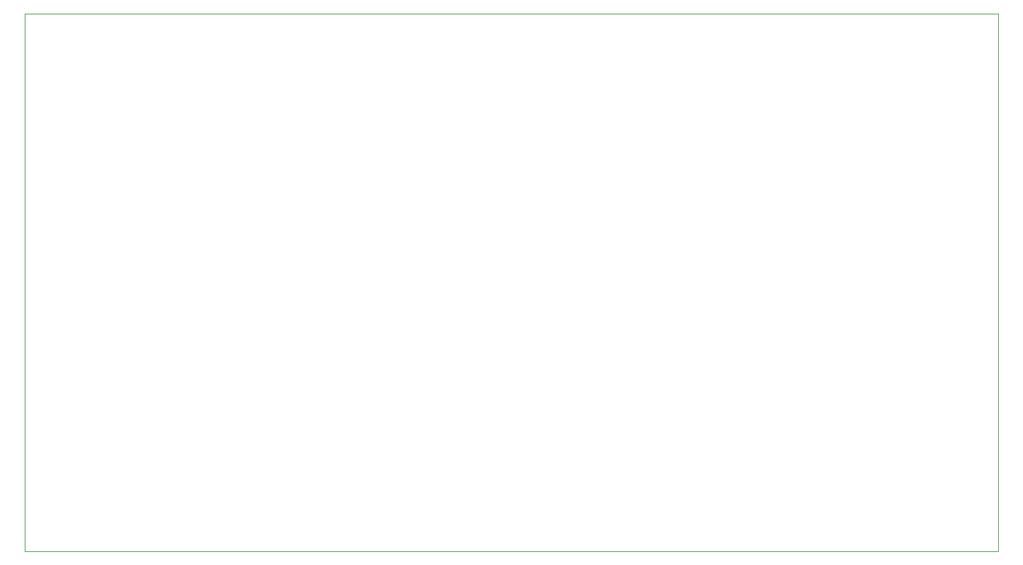
<source format=gm1>
G04 #@! TF.GenerationSoftware,KiCad,Pcbnew,9.0.1*
G04 #@! TF.CreationDate,2025-06-05T12:53:07-07:00*
G04 #@! TF.ProjectId,chop_microcontroller_board,63686f70-5f6d-4696-9372-6f636f6e7472,rev?*
G04 #@! TF.SameCoordinates,Original*
G04 #@! TF.FileFunction,Profile,NP*
%FSLAX46Y46*%
G04 Gerber Fmt 4.6, Leading zero omitted, Abs format (unit mm)*
G04 Created by KiCad (PCBNEW 9.0.1) date 2025-06-05 12:53:07*
%MOMM*%
%LPD*%
G01*
G04 APERTURE LIST*
G04 #@! TA.AperFunction,Profile*
%ADD10C,0.100000*%
G04 #@! TD*
G04 APERTURE END LIST*
D10*
X87655400Y-70674000D02*
X214011400Y-70674000D01*
X214011400Y-140454000D01*
X87655400Y-140454000D01*
X87655400Y-70674000D01*
M02*

</source>
